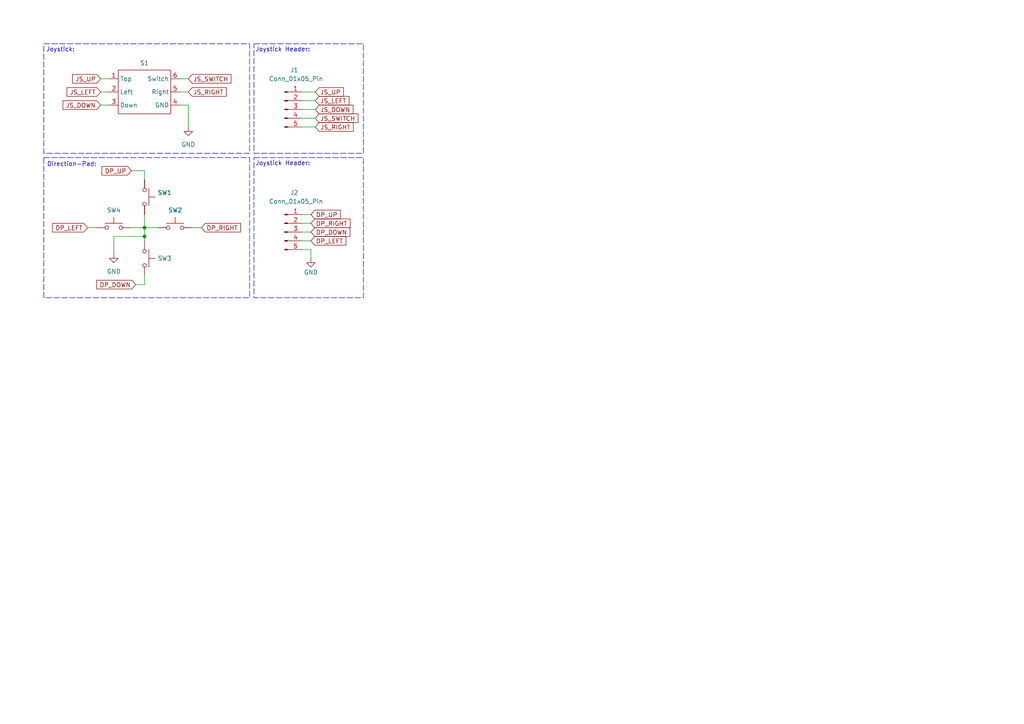
<source format=kicad_sch>
(kicad_sch (version 20250114) (generator "eeschema") (generator_version "9.0")
  (paper "A4")
  (title_block (title "MiniArcadeController") (date "2025-10-29") (rev "A") (company "Felix Neumann"))
  (lib_symbols
    (symbol "Connector:Conn_01x05_Pin" (pin_names (offset 1.016) (hide yes))
      (property "Reference" "J" (at 0 7.62 0))
      (property "Value" "Conn_01x05_Pin" (at 0 -7.62 0))
      (symbol "Conn_01x05_Pin_1_1"
        (rectangle (start 0.8636 5.207) (end 0 4.953) (stroke (width 0.1524)) (fill (type outline)))
        (rectangle (start 0.8636 2.667) (end 0 2.413) (stroke (width 0.1524)) (fill (type outline)))
        (rectangle (start 0.8636 0.127) (end 0 -0.127) (stroke (width 0.1524)) (fill (type outline)))
        (rectangle (start 0.8636 -2.413) (end 0 -2.667) (stroke (width 0.1524)) (fill (type outline)))
        (rectangle (start 0.8636 -4.953) (end 0 -5.207) (stroke (width 0.1524)) (fill (type outline)))
        (polyline (pts (xy 1.27 5.08) (xy 0.8636 5.08)) (stroke (width 0.1524)))
        (polyline (pts (xy 1.27 2.54) (xy 0.8636 2.54)) (stroke (width 0.1524)))
        (polyline (pts (xy 1.27 0) (xy 0.8636 0)) (stroke (width 0.1524)))
        (polyline (pts (xy 1.27 -2.54) (xy 0.8636 -2.54)) (stroke (width 0.1524)))
        (polyline (pts (xy 1.27 -5.08) (xy 0.8636 -5.08)) (stroke (width 0.1524)))
        (pin passive line (at 5.08 5.08 180) (length 3.81) (name "Pin_1") (number "1"))
        (pin passive line (at 5.08 2.54 180) (length 3.81) (name "Pin_2") (number "2"))
        (pin passive line (at 5.08 0 180) (length 3.81) (name "Pin_3") (number "3"))
        (pin passive line (at 5.08 -2.54 180) (length 3.81) (name "Pin_4") (number "4"))
        (pin passive line (at 5.08 -5.08 180) (length 3.81) (name "Pin_5") (number "5"))
      )
    )
    (symbol "MiniArcade:Joystick"
      (property "Reference" "S" (at 0 0 0))
      (symbol "Joystick_1_1"
        (rectangle (start -7.62 -3.81) (end 7.62 -16.51))
        (pin input line (at -10.16 -6.35 0) (length 2.54) (name "Top") (number "1"))
        (pin input line (at -10.16 -10.16 0) (length 2.54) (name "Left") (number "2"))
        (pin input line (at -10.16 -13.97 0) (length 2.54) (name "Down") (number "3"))
        (pin input line (at 10.16 -6.35 180) (length 2.54) (name "Switch") (number "6"))
        (pin input line (at 10.16 -10.16 180) (length 2.54) (name "Right") (number "5"))
        (pin input line (at 10.16 -13.97 180) (length 2.54) (name "GND") (number "4"))
      )
    )
    (symbol "Switch:SW_MEC_5G" (pin_numbers (hide yes)) (pin_names (offset 1.016) (hide yes))
      (property "Reference" "SW" (at 1.27 2.54 0))
      (property "Value" "SW_MEC_5G" (at 0 -1.524 0))
      (symbol "SW_MEC_5G_0_1"
        (circle (center -2.032 0) (radius 0.508))
        (polyline (pts (xy 0 1.27) (xy 0 3.048)))
        (circle (center 2.032 0) (radius 0.508))
        (polyline (pts (xy 2.54 1.27) (xy -2.54 1.27)))
        (pin passive line (at -5.08 0 0) (length 2.54) (name "A") (number "1"))
        (pin passive line (at 5.08 0 180) (length 2.54) (name "B") (number "3"))
      )
      (symbol "SW_MEC_5G_1_1"
        (pin passive line (at -5.08 0 0) (length 2.54) (hide yes) (name "A") (number "2"))
        (pin passive line (at 5.08 0 180) (length 2.54) (hide yes) (name "B") (number "4"))
      )
    )
    (symbol "power:GND" (power) (pin_numbers (hide yes)) (pin_names (offset 0) (hide yes))
      (property "Value" "GND" (at 0 -3.81 0))
      (symbol "GND_0_1"
        (polyline (pts (xy 0 0) (xy 0 -1.27) (xy 1.27 -1.27) (xy 0 -2.54) (xy -1.27 -1.27) (xy 0 -1.27)))
      )
      (symbol "GND_1_1"
        (pin power_in line (at 0 0 270) (length 0) (name "~") (number "1"))
      )
    )
  )
  (rectangle (start 73.66 12.7) (end 105.41 44.45) (stroke (width 0) (type dash)))
  (rectangle (start 12.7 12.7) (end 72.39 44.45) (stroke (width 0) (type dash)))
  (rectangle (start 105.41 76.2) (end 105.41 76.2))
  (rectangle (start 12.7 45.72) (end 72.39 86.36) (stroke (width 0) (type dash)))
  (rectangle (start 73.66 45.72) (end 105.41 86.36) (stroke (width 0) (type dash)))
  (rectangle (start 105.41 43.18) (end 105.41 43.18))
  (text "Joystick Header:\n" (at 82.042 14.478 0) (effects (font (size 1.27 1.27))))
  (text "Direction-Pad:\n" (at 20.828 47.752 0) (effects (font (size 1.27 1.27))))
  (text "Joystick:\n\n" (at 17.526 15.494 0) (effects (font (size 1.27 1.27))))
  (text "Joystick Header:\n" (at 82.042 47.498 0) (effects (font (size 1.27 1.27))))
  (junction (at 41.91 66.04))
  (junction (at 41.91 68.58))
  (wire (pts (xy 29.21 22.86) (xy 31.75 22.86)))
  (wire (pts (xy 39.37 82.55) (xy 41.91 82.55)))
  (wire (pts (xy 87.63 62.23) (xy 90.17 62.23)))
  (wire (pts (xy 54.61 30.48) (xy 54.61 36.83)))
  (wire (pts (xy 87.63 36.83) (xy 91.44 36.83)))
  (wire (pts (xy 87.63 67.31) (xy 90.17 67.31)))
  (wire (pts (xy 38.1 49.53) (xy 41.91 49.53)))
  (wire (pts (xy 87.63 34.29) (xy 91.44 34.29)))
  (wire (pts (xy 41.91 68.58) (xy 41.91 69.85)))
  (wire (pts (xy 52.07 30.48) (xy 54.61 30.48)))
  (wire (pts (xy 38.1 66.04) (xy 41.91 66.04)))
  (wire (pts (xy 25.4 66.04) (xy 27.94 66.04)))
  (wire (pts (xy 41.91 66.04) (xy 45.72 66.04)))
  (wire (pts (xy 33.02 68.58) (xy 41.91 68.58)))
  (wire (pts (xy 87.63 69.85) (xy 90.17 69.85)))
  (wire (pts (xy 87.63 31.75) (xy 91.44 31.75)))
  (wire (pts (xy 29.21 26.67) (xy 31.75 26.67)))
  (wire (pts (xy 41.91 66.04) (xy 41.91 68.58)))
  (wire (pts (xy 55.88 66.04) (xy 58.42 66.04)))
  (wire (pts (xy 29.21 30.48) (xy 31.75 30.48)))
  (wire (pts (xy 87.63 29.21) (xy 91.44 29.21)))
  (wire (pts (xy 33.02 73.66) (xy 33.02 68.58)))
  (wire (pts (xy 41.91 82.55) (xy 41.91 80.01)))
  (wire (pts (xy 52.07 26.67) (xy 54.61 26.67)))
  (wire (pts (xy 87.63 72.39) (xy 90.17 72.39)))
  (wire (pts (xy 41.91 49.53) (xy 41.91 52.07)))
  (wire (pts (xy 87.63 64.77) (xy 90.17 64.77)))
  (wire (pts (xy 90.17 72.39) (xy 90.17 74.93)))
  (wire (pts (xy 41.91 62.23) (xy 41.91 66.04)))
  (wire (pts (xy 87.63 26.67) (xy 91.44 26.67)))
  (wire (pts (xy 52.07 22.86) (xy 54.61 22.86)))
  (global_label "DP_RIGHT" (shape input) (at 90.17 64.77 0) (property "Intersheetrefs" "${INTERSHEET_REFS}" (effects (hide yes))))
  (global_label "DP_RIGHT" (shape input) (at 58.42 66.04 0) (property "Intersheetrefs" "${INTERSHEET_REFS}" (effects (hide yes))))
  (global_label "JS_DOWN" (shape input) (at 91.44 31.75 0) (property "Intersheetrefs" "${INTERSHEET_REFS}" (effects (hide yes))))
  (global_label "JS_UP" (shape input) (at 29.21 22.86 180) (property "Intersheetrefs" "${INTERSHEET_REFS}" (effects (hide yes))))
  (global_label "JS_RIGHT" (shape input) (at 54.61 26.67 0) (property "Intersheetrefs" "${INTERSHEET_REFS}" (effects (hide yes))))
  (global_label "DP_LEFT" (shape input) (at 25.4 66.04 180) (property "Intersheetrefs" "${INTERSHEET_REFS}" (effects (hide yes))))
  (global_label "JS_LEFT" (shape input) (at 91.44 29.21 0) (property "Intersheetrefs" "${INTERSHEET_REFS}" (effects (hide yes))))
  (global_label "JS_UP" (shape input) (at 91.44 26.67 0) (property "Intersheetrefs" "${INTERSHEET_REFS}" (effects (hide yes))))
  (global_label "DP_DOWN" (shape input) (at 90.17 67.31 0) (property "Intersheetrefs" "${INTERSHEET_REFS}" (effects (hide yes))))
  (global_label "DP_UP" (shape input) (at 90.17 62.23 0) (property "Intersheetrefs" "${INTERSHEET_REFS}" (effects (hide yes))))
  (global_label "JS_DOWN" (shape input) (at 29.21 30.48 180) (property "Intersheetrefs" "${INTERSHEET_REFS}" (effects (hide yes))))
  (global_label "DP_LEFT" (shape input) (at 90.17 69.85 0) (property "Intersheetrefs" "${INTERSHEET_REFS}" (effects (hide yes))))
  (global_label "JS_LEFT" (shape input) (at 29.21 26.67 180) (property "Intersheetrefs" "${INTERSHEET_REFS}" (effects (hide yes))))
  (global_label "DP_DOWN" (shape input) (at 39.37 82.55 180) (property "Intersheetrefs" "${INTERSHEET_REFS}" (effects (hide yes))))
  (global_label "DP_UP" (shape input) (at 38.1 49.53 180) (property "Intersheetrefs" "${INTERSHEET_REFS}" (effects (hide yes))))
  (global_label "JS_SWITCH" (shape input) (at 54.61 22.86 0) (property "Intersheetrefs" "${INTERSHEET_REFS}" (effects (hide yes))))
  (global_label "JS_RIGHT" (shape input) (at 91.44 36.83 0) (property "Intersheetrefs" "${INTERSHEET_REFS}" (effects (hide yes))))
  (global_label "JS_SWITCH" (shape input) (at 91.44 34.29 0) (property "Intersheetrefs" "${INTERSHEET_REFS}" (effects (hide yes))))
  (symbol (lib_id "MiniArcade:Joystick") (at 41.91 16.51 0) (unit 1)
    (property "Reference" "S1" (at 41.91 18.288 0))
    (property "Footprint" "MiniArcadeController:Joystick" (effects (hide yes)))
  )
  (symbol (lib_id "Switch:SW_MEC_5G") (at 41.91 74.93 270) (unit 1)
    (property "Reference" "SW3" (at 45.72 74.9299 90) (effects (justify left)))
    (property "Value" "SW_MEC_5G" (effects (hide yes)))
    (property "Footprint" "Button_Switch_THT:SW_PUSH_6mm_H5mm" (effects (hide yes)))
    (property "Datasheet" "http://www.apem.com/int/index.php?controller=attachment&id_attachment=488" (effects (hide yes)))
    (property "Description" "MEC 5G single pole normally-open tactile switch" (effects (hide yes)))
  )
  (symbol (lib_id "Switch:SW_MEC_5G") (at 41.91 57.15 270) (unit 1)
    (property "Reference" "SW1" (at 45.72 55.8799 90) (effects (justify left)))
    (property "Value" "SW_MEC_5G" (effects (hide yes)))
    (property "Footprint" "Button_Switch_THT:SW_PUSH_6mm_H5mm" (effects (hide yes)))
    (property "Datasheet" "http://www.apem.com/int/index.php?controller=attachment&id_attachment=488" (effects (hide yes)))
    (property "Description" "MEC 5G single pole normally-open tactile switch" (effects (hide yes)))
  )
  (symbol (lib_id "power:GND") (at 90.17 74.93 0) (unit 1)
    (property "Reference" "#PWR03" (effects (hide yes)))
    (property "Value" "GND" (at 90.17 78.994 0))
    (property "Description" "Power symbol creates a global label with name \"GND\" , ground" (effects (hide yes)))
  )
  (symbol (lib_id "Switch:SW_MEC_5G") (at 50.8 66.04 0) (unit 1)
    (property "Reference" "SW2" (at 50.8 60.96 0))
    (property "Value" "SW_MEC_5G" (effects (hide yes)))
    (property "Footprint" "Button_Switch_THT:SW_PUSH_6mm_H5mm" (effects (hide yes)))
    (property "Datasheet" "http://www.apem.com/int/index.php?controller=attachment&id_attachment=488" (effects (hide yes)))
    (property "Description" "MEC 5G single pole normally-open tactile switch" (effects (hide yes)))
  )
  (symbol (lib_id "Connector:Conn_01x05_Pin") (at 82.55 67.31 0) (unit 1)
    (property "Reference" "J2" (at 85.344 55.88 0))
    (property "Value" "Conn_01x05_Pin" (at 85.852 58.42 0))
    (property "Description" "Generic connector, single row, 01x05, script generated" (effects (hide yes)))
  )
  (symbol (lib_id "power:GND") (at 54.61 36.83 0) (unit 1)
    (property "Reference" "#PWR01" (effects (hide yes)))
    (property "Value" "GND" (at 54.61 41.91 0))
    (property "Description" "Power symbol creates a global label with name \"GND\" , ground" (effects (hide yes)))
  )
  (symbol (lib_id "Connector:Conn_01x05_Pin") (at 82.55 31.75 0) (unit 1)
    (property "Reference" "J1" (at 85.344 20.32 0))
    (property "Value" "Conn_01x05_Pin" (at 85.852 22.86 0))
    (property "Description" "Generic connector, single row, 01x05, script generated" (effects (hide yes)))
  )
  (symbol (lib_id "power:GND") (at 33.02 73.66 0) (unit 1)
    (property "Reference" "#PWR02" (effects (hide yes)))
    (property "Value" "GND" (at 33.02 78.74 0))
    (property "Description" "Power symbol creates a global label with name \"GND\" , ground" (effects (hide yes)))
  )
  (symbol (lib_id "Switch:SW_MEC_5G") (at 33.02 66.04 0) (unit 1)
    (property "Reference" "SW4" (at 33.02 60.96 0))
    (property "Value" "SW_MEC_5G" (effects (hide yes)))
    (property "Footprint" "Button_Switch_THT:SW_PUSH_6mm_H5mm" (effects (hide yes)))
    (property "Datasheet" "http://www.apem.com/int/index.php?controller=attachment&id_attachment=488" (effects (hide yes)))
    (property "Description" "MEC 5G single pole normally-open tactile switch" (effects (hide yes)))
  )
)
</source>
